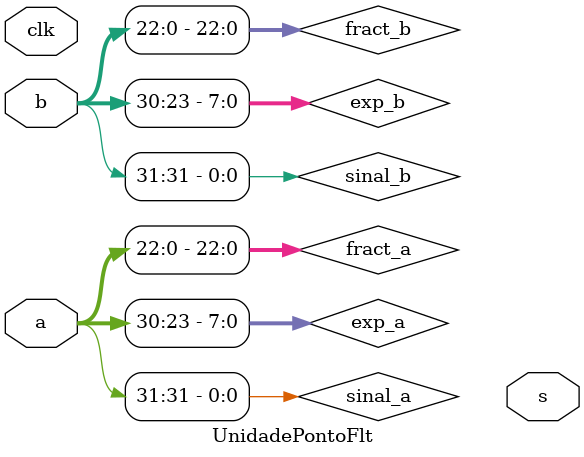
<source format=v>
module UnidadePontoFlt(
    input clk,
    input [31:0] a,
    input [31:0] b,
    output [31:0] s
);

//Separando os sinais de entrada
wire sinal_a, sinal_b;
assign sinal_a = a[31],
       sinal_b = b[31];

wire [7:0] exp_a, exp_b;
assign exp_a = a[30:23],
       exp_b = b[30:23];

wire [22:0] fract_a, fract_b;
assign fract_a = a[22:0],
       fract_b = b[22:0];


//ULA Exponente
reg [7:0] reg_exp;
wire[7:0] resultado;
wire somando;
assign resultado = somando ? exp_a + exp_b : exp_a - exp_b;

always @ (posedge clk) reg_exp <= resultado;


//Multiplexador fract
wire escolhe_entrada1, escolhe_entrada2;
wire [7:0] shift_right;

wire [22:0] entrada1, entrada2;
assign entrada1 = (escolhe_entrada1 ? fract_a : fract_b) << shift_right;
assign entrada2 = escolhe_entrada2 ? fract_a : fract_b;






endmodule
</source>
